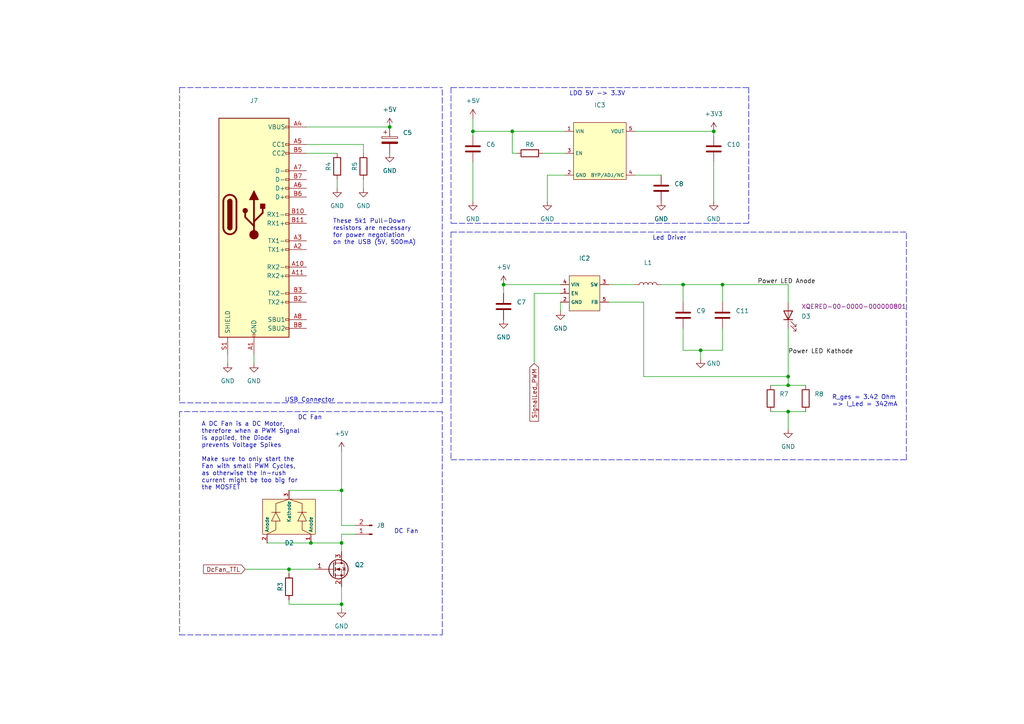
<source format=kicad_sch>
(kicad_sch (version 20211123) (generator eeschema)
  (paper "A4")
  (title_block (date "2022-04-26"))
  (lib_symbols
    (symbol "Connector:Conn_01x02_Male" (pin_names (offset 1.016) hide)
      (property "Reference" "J" (at 0 2.54 0))
      (property "Value" "Conn_01x02_Male" (at 0 -5.08 0))
      (symbol "Conn_01x02_Male_1_1"
        (polyline (pts (xy 1.27 -2.54) (xy 0.8636 -2.54)) (stroke (width 0.1524)))
        (polyline (pts (xy 1.27 0) (xy 0.8636 0)) (stroke (width 0.1524)))
        (rectangle (start 0.8636 -2.413) (end 0 -2.667) (stroke (width 0.1524)) (fill (type outline)))
        (rectangle (start 0.8636 0.127) (end 0 -0.127) (stroke (width 0.1524)) (fill (type outline)))
        (pin passive line (at 5.08 0 180) (length 3.81) (name "Pin_1") (number "1"))
        (pin passive line (at 5.08 -2.54 180) (length 3.81) (name "Pin_2") (number "2"))
      )
    )
    (symbol "Connector:USB_C_Receptacle" (pin_names (offset 1.016))
      (property "Reference" "J" (at -10.16 29.21 0))
      (property "Value" "USB_C_Receptacle" (at 10.16 29.21 0))
      (symbol "USB_C_Receptacle_0_0"
        (rectangle (start -0.254 -35.56) (end 0.254 -34.544))
        (rectangle (start 10.16 -32.766) (end 9.144 -33.274))
        (rectangle (start 10.16 -30.226) (end 9.144 -30.734))
        (rectangle (start 10.16 -25.146) (end 9.144 -25.654))
        (rectangle (start 10.16 -22.606) (end 9.144 -23.114))
        (rectangle (start 10.16 -17.526) (end 9.144 -18.034))
        (rectangle (start 10.16 -14.986) (end 9.144 -15.494))
        (rectangle (start 10.16 -9.906) (end 9.144 -10.414))
        (rectangle (start 10.16 -7.366) (end 9.144 -7.874))
        (rectangle (start 10.16 -2.286) (end 9.144 -2.794))
        (rectangle (start 10.16 0.254) (end 9.144 -0.254))
        (rectangle (start 10.16 5.334) (end 9.144 4.826))
        (rectangle (start 10.16 7.874) (end 9.144 7.366))
        (rectangle (start 10.16 10.414) (end 9.144 9.906))
        (rectangle (start 10.16 12.954) (end 9.144 12.446))
        (rectangle (start 10.16 18.034) (end 9.144 17.526))
        (rectangle (start 10.16 20.574) (end 9.144 20.066))
        (rectangle (start 10.16 25.654) (end 9.144 25.146))
      )
      (symbol "USB_C_Receptacle_0_1"
        (rectangle (start -10.16 27.94) (end 10.16 -35.56) (stroke (width 0.254)) (fill (type background)))
        (arc (start -8.89 -3.81) (mid -6.985 -5.715) (end -5.08 -3.81) (stroke (width 0.508)))
        (arc (start -7.62 -3.81) (mid -6.985 -4.445) (end -6.35 -3.81) (stroke (width 0.254)))
        (arc (start -7.62 -3.81) (mid -6.985 -4.445) (end -6.35 -3.81) (stroke (width 0.254)) (fill (type outline)))
        (rectangle (start -7.62 -3.81) (end -6.35 3.81) (stroke (width 0.254)) (fill (type outline)))
        (arc (start -6.35 3.81) (mid -6.985 4.445) (end -7.62 3.81) (stroke (width 0.254)))
        (arc (start -6.35 3.81) (mid -6.985 4.445) (end -7.62 3.81) (stroke (width 0.254)) (fill (type outline)))
        (arc (start -5.08 3.81) (mid -6.985 5.715) (end -8.89 3.81) (stroke (width 0.508)))
        (polyline (pts (xy -8.89 -3.81) (xy -8.89 3.81)) (stroke (width 0.508)))
        (polyline (pts (xy -5.08 3.81) (xy -5.08 -3.81)) (stroke (width 0.508)))
      )
      (symbol "USB_C_Receptacle_1_1"
        (circle (center -2.54 1.143) (radius 0.635) (stroke (width 0.254)) (fill (type outline)))
        (circle (center 0 -5.842) (radius 1.27) (fill (type outline)))
        (polyline (pts (xy 0 -5.842) (xy 0 4.318)) (stroke (width 0.508)))
        (polyline (pts (xy 0 -3.302) (xy -2.54 -0.762) (xy -2.54 0.508)) (stroke (width 0.508)))
        (polyline (pts (xy 0 -2.032) (xy 2.54 0.508) (xy 2.54 1.778)) (stroke (width 0.508)))
        (polyline (pts (xy -1.27 4.318) (xy 0 6.858) (xy 1.27 4.318) (xy -1.27 4.318)) (stroke (width 0.254)) (fill (type outline)))
        (rectangle (start 1.905 1.778) (end 3.175 3.048) (stroke (width 0.254)) (fill (type outline)))
        (pin passive line (at 0 -40.64 90) (length 5.08) (name "GND") (number "A1"))
        (pin bidirectional line (at 15.24 -15.24 180) (length 5.08) (name "RX2-") (number "A10"))
        (pin bidirectional line (at 15.24 -17.78 180) (length 5.08) (name "RX2+") (number "A11"))
        (pin passive line (at 0 -40.64 90) (length 5.08) hide (name "GND") (number "A12"))
        (pin bidirectional line (at 15.24 -10.16 180) (length 5.08) (name "TX1+") (number "A2"))
        (pin bidirectional line (at 15.24 -7.62 180) (length 5.08) (name "TX1-") (number "A3"))
        (pin passive line (at 15.24 25.4 180) (length 5.08) (name "VBUS") (number "A4"))
        (pin bidirectional line (at 15.24 20.32 180) (length 5.08) (name "CC1") (number "A5"))
        (pin bidirectional line (at 15.24 7.62 180) (length 5.08) (name "D+") (number "A6"))
        (pin bidirectional line (at 15.24 12.7 180) (length 5.08) (name "D-") (number "A7"))
        (pin bidirectional line (at 15.24 -30.48 180) (length 5.08) (name "SBU1") (number "A8"))
        (pin passive line (at 15.24 25.4 180) (length 5.08) hide (name "VBUS") (number "A9"))
        (pin passive line (at 0 -40.64 90) (length 5.08) hide (name "GND") (number "B1"))
        (pin bidirectional line (at 15.24 0 180) (length 5.08) (name "RX1-") (number "B10"))
        (pin bidirectional line (at 15.24 -2.54 180) (length 5.08) (name "RX1+") (number "B11"))
        (pin passive line (at 0 -40.64 90) (length 5.08) hide (name "GND") (number "B12"))
        (pin bidirectional line (at 15.24 -25.4 180) (length 5.08) (name "TX2+") (number "B2"))
        (pin bidirectional line (at 15.24 -22.86 180) (length 5.08) (name "TX2-") (number "B3"))
        (pin passive line (at 15.24 25.4 180) (length 5.08) hide (name "VBUS") (number "B4"))
        (pin bidirectional line (at 15.24 17.78 180) (length 5.08) (name "CC2") (number "B5"))
        (pin bidirectional line (at 15.24 5.08 180) (length 5.08) (name "D+") (number "B6"))
        (pin bidirectional line (at 15.24 10.16 180) (length 5.08) (name "D-") (number "B7"))
        (pin bidirectional line (at 15.24 -33.02 180) (length 5.08) (name "SBU2") (number "B8"))
        (pin passive line (at 15.24 25.4 180) (length 5.08) hide (name "VBUS") (number "B9"))
        (pin passive line (at -7.62 -40.64 90) (length 5.08) (name "SHIELD") (number "S1"))
      )
    )
    (symbol "Custom_Parts:DAN235FMT106"
      (property "Reference" "D2" (at -11.43 1.27 90))
      (property "Value" "DAN235FMT106" (at -24.13 -1.27 90))
      (symbol "DAN235FMT106_0_1"
        (rectangle (start -8.89 7.62) (end 1.27 -7.62) (fill (type background)))
        (polyline (pts (xy -2.54 -3.81) (xy -1.27 -3.81)))
        (polyline (pts (xy -2.54 -2.54) (xy -2.54 -5.08)))
        (polyline (pts (xy -2.54 3.81) (xy -1.27 3.81)))
        (polyline (pts (xy -2.54 5.08) (xy -2.54 2.54)))
        (polyline (pts (xy -8.89 6.35) (xy -7.62 3.81) (xy -5.08 3.81)))
        (polyline (pts (xy -5.08 -3.81) (xy -7.62 -3.81) (xy -8.89 -6.35)))
        (polyline (pts (xy -2.54 -3.81) (xy -5.08 -5.08) (xy -5.08 -2.54) (xy -2.54 -3.81)))
        (polyline (pts (xy -2.54 3.81) (xy -5.08 2.54) (xy -5.08 5.08) (xy -2.54 3.81)))
        (polyline (pts (xy -1.27 -3.81) (xy 0 -3.81) (xy 1.27 0) (xy 0 3.81) (xy -1.27 3.81)))
      )
      (symbol "DAN235FMT106_1_1"
        (pin input line (at -11.43 -6.35 0) (length 2.54) (name "Anode") (number "1"))
        (pin input line (at -11.43 6.35 0) (length 2.54) (name "Anode") (number "2"))
        (pin input line (at 3.81 0 180) (length 2.54) (name "Kathode") (number "3"))
      )
    )
    (symbol "Custom_Parts:LDK120M33R"
      (property "Reference" "IC?" (at 0 -11.43 0))
      (property "Value" "LDK120M33R" (at 1.27 10.16 0))
      (symbol "LDK120M33R_0_1"
        (rectangle (start -6.35 8.89) (end 8.89 -7.62) (fill (type background)))
      )
      (symbol "LDK120M33R_1_1"
        (pin input line (at -8.89 6.35 0) (length 2.54) (name "VIN") (number "1"))
        (pin input line (at -8.89 -6.35 0) (length 2.54) (name "GND") (number "2"))
        (pin input line (at -8.89 0 0) (length 2.54) (name "EN") (number "3"))
        (pin input line (at 11.43 -6.35 180) (length 2.54) (name "BYP/ADJ/NC") (number "4"))
        (pin input line (at 11.43 6.35 180) (length 2.54) (name "VOUT") (number "5"))
      )
    )
    (symbol "Custom_Parts:PAM2804"
      (property "Reference" "IC2" (at 1.905 13.97 0))
      (property "Value" "PAM2804" (at 1.905 11.43 0))
      (symbol "PAM2804_0_1"
        (rectangle (start -2.54 8.89) (end 6.35 -1.27) (fill (type background)))
      )
      (symbol "PAM2804_1_1"
        (pin bidirectional line (at -5.08 3.81 0) (length 2.54) (name "EN") (number "1"))
        (pin bidirectional line (at -5.08 1.27 0) (length 2.54) (name "GND") (number "2"))
        (pin bidirectional line (at 8.89 6.35 180) (length 2.54) (name "SW") (number "3"))
        (pin bidirectional line (at -5.08 6.35 0) (length 2.54) (name "VIN") (number "4"))
        (pin bidirectional line (at 8.89 1.27 180) (length 2.54) (name "FB") (number "5"))
      )
    )
    (symbol "Device:C" (pin_numbers hide) (pin_names (offset 0.254))
      (property "Reference" "C" (at 0.635 2.54 0))
      (property "Value" "C" (at 0.635 -2.54 0))
      (symbol "C_0_1"
        (polyline (pts (xy -2.032 -0.762) (xy 2.032 -0.762)) (stroke (width 0.508)))
        (polyline (pts (xy -2.032 0.762) (xy 2.032 0.762)) (stroke (width 0.508)))
      )
      (symbol "C_1_1"
        (pin passive line (at 0 3.81 270) (length 2.794) (name "~") (number "1"))
        (pin passive line (at 0 -3.81 90) (length 2.794) (name "~") (number "2"))
      )
    )
    (symbol "Device:C_Polarized" (pin_numbers hide) (pin_names (offset 0.254))
      (property "Reference" "C" (at 0.635 2.54 0))
      (property "Value" "C_Polarized" (at 0.635 -2.54 0))
      (symbol "C_Polarized_0_1"
        (rectangle (start -2.286 0.508) (end 2.286 1.016))
        (polyline (pts (xy -1.778 2.286) (xy -0.762 2.286)))
        (polyline (pts (xy -1.27 2.794) (xy -1.27 1.778)))
        (rectangle (start 2.286 -0.508) (end -2.286 -1.016) (fill (type outline)))
      )
      (symbol "C_Polarized_1_1"
        (pin passive line (at 0 3.81 270) (length 2.794) (name "~") (number "1"))
        (pin passive line (at 0 -3.81 90) (length 2.794) (name "~") (number "2"))
      )
    )
    (symbol "Device:L" (pin_numbers hide) (pin_names (offset 1.016) hide)
      (property "Reference" "L" (at -1.27 0 90))
      (property "Value" "L" (at 1.905 0 90))
      (symbol "L_0_1"
        (arc (start 0 -2.54) (mid 0.635 -1.905) (end 0 -1.27))
        (arc (start 0 -1.27) (mid 0.635 -0.635) (end 0 0))
        (arc (start 0 0) (mid 0.635 0.635) (end 0 1.27))
        (arc (start 0 1.27) (mid 0.635 1.905) (end 0 2.54))
      )
      (symbol "L_1_1"
        (pin passive line (at 0 3.81 270) (length 1.27) (name "1") (number "1"))
        (pin passive line (at 0 -3.81 90) (length 1.27) (name "2") (number "2"))
      )
    )
    (symbol "Device:LED" (pin_numbers hide) (pin_names (offset 1.016) hide)
      (property "Reference" "D" (at 0 2.54 0))
      (property "Value" "LED" (at 0 -2.54 0))
      (symbol "LED_0_1"
        (polyline (pts (xy -1.27 -1.27) (xy -1.27 1.27)) (stroke (width 0.254)))
        (polyline (pts (xy -1.27 0) (xy 1.27 0)))
        (polyline (pts (xy 1.27 -1.27) (xy 1.27 1.27) (xy -1.27 0) (xy 1.27 -1.27)) (stroke (width 0.254)))
        (polyline (pts (xy -3.048 -0.762) (xy -4.572 -2.286) (xy -3.81 -2.286) (xy -4.572 -2.286) (xy -4.572 -1.524)))
        (polyline (pts (xy -1.778 -0.762) (xy -3.302 -2.286) (xy -2.54 -2.286) (xy -3.302 -2.286) (xy -3.302 -1.524)))
      )
      (symbol "LED_1_1"
        (pin passive line (at -3.81 0 0) (length 2.54) (name "K") (number "1"))
        (pin passive line (at 3.81 0 180) (length 2.54) (name "A") (number "2"))
      )
    )
    (symbol "Device:Q_NMOS_GSD" (pin_names (offset 0) hide)
      (property "Reference" "Q" (at 5.08 1.27 0))
      (property "Value" "Q_NMOS_GSD" (at 5.08 -1.27 0))
      (symbol "Q_NMOS_GSD_0_1"
        (polyline (pts (xy 0.254 0) (xy -2.54 0)))
        (polyline (pts (xy 0.254 1.905) (xy 0.254 -1.905)) (stroke (width 0.254)))
        (polyline (pts (xy 0.762 -1.27) (xy 0.762 -2.286)) (stroke (width 0.254)))
        (polyline (pts (xy 0.762 0.508) (xy 0.762 -0.508)) (stroke (width 0.254)))
        (polyline (pts (xy 0.762 2.286) (xy 0.762 1.27)) (stroke (width 0.254)))
        (polyline (pts (xy 2.54 2.54) (xy 2.54 1.778)))
        (polyline (pts (xy 2.54 -2.54) (xy 2.54 0) (xy 0.762 0)))
        (polyline (pts (xy 0.762 -1.778) (xy 3.302 -1.778) (xy 3.302 1.778) (xy 0.762 1.778)))
        (polyline (pts (xy 1.016 0) (xy 2.032 0.381) (xy 2.032 -0.381) (xy 1.016 0)) (fill (type outline)))
        (polyline (pts (xy 2.794 0.508) (xy 2.921 0.381) (xy 3.683 0.381) (xy 3.81 0.254)))
        (polyline (pts (xy 3.302 0.381) (xy 2.921 -0.254) (xy 3.683 -0.254) (xy 3.302 0.381)))
        (circle (center 1.651 0) (radius 2.794) (stroke (width 0.254)))
        (circle (center 2.54 -1.778) (radius 0.254) (fill (type outline)))
        (circle (center 2.54 1.778) (radius 0.254) (fill (type outline)))
      )
      (symbol "Q_NMOS_GSD_1_1"
        (pin input line (at -5.08 0 0) (length 2.54) (name "G") (number "1"))
        (pin passive line (at 2.54 -5.08 90) (length 2.54) (name "S") (number "2"))
        (pin passive line (at 2.54 5.08 270) (length 2.54) (name "D") (number "3"))
      )
    )
    (symbol "Device:R" (pin_numbers hide) (pin_names (offset 0))
      (property "Reference" "R" (at 2.032 0 90))
      (property "Value" "R" (at 0 0 90))
      (symbol "R_0_1"
        (rectangle (start -1.016 -2.54) (end 1.016 2.54) (stroke (width 0.254)))
      )
      (symbol "R_1_1"
        (pin passive line (at 0 3.81 270) (length 1.27) (name "~") (number "1"))
        (pin passive line (at 0 -3.81 90) (length 1.27) (name "~") (number "2"))
      )
    )
    (symbol "power:+3V3" (power) (pin_names (offset 0))
      (property "Value" "+3V3" (at 0 3.556 0))
      (symbol "+3V3_0_1"
        (polyline (pts (xy -0.762 1.27) (xy 0 2.54)))
        (polyline (pts (xy 0 0) (xy 0 2.54)))
        (polyline (pts (xy 0 2.54) (xy 0.762 1.27)))
      )
      (symbol "+3V3_1_1"
        (pin power_in line (at 0 0 90) (length 0) hide (name "+3V3") (number "1"))
      )
    )
    (symbol "power:+5V" (power) (pin_names (offset 0))
      (property "Value" "+5V" (at 0 3.556 0))
      (symbol "+5V_0_1"
        (polyline (pts (xy -0.762 1.27) (xy 0 2.54)))
        (polyline (pts (xy 0 0) (xy 0 2.54)))
        (polyline (pts (xy 0 2.54) (xy 0.762 1.27)))
      )
      (symbol "+5V_1_1"
        (pin power_in line (at 0 0 90) (length 0) hide (name "+5V") (number "1"))
      )
    )
    (symbol "power:GND" (power) (pin_names (offset 0))
      (property "Value" "GND" (at 0 -3.81 0))
      (symbol "GND_0_1"
        (polyline (pts (xy 0 0) (xy 0 -1.27) (xy 1.27 -1.27) (xy 0 -2.54) (xy -1.27 -1.27) (xy 0 -1.27)))
      )
      (symbol "GND_1_1"
        (pin power_in line (at 0 0 270) (length 0) hide (name "GND") (number "1"))
      )
    )
  )
  (junction (at 209.55 82.55))
  (junction (at 207.01 38.1))
  (junction (at 228.6 119.38))
  (junction (at 90.17 157.48))
  (junction (at 113.03 36.83))
  (junction (at 203.2 101.6))
  (junction (at 198.12 82.55))
  (junction (at 146.05 82.55))
  (junction (at 99.06 157.48))
  (junction (at 99.06 142.24))
  (junction (at 228.6 111.76))
  (junction (at 137.16 38.1))
  (junction (at 99.06 175.26))
  (junction (at 228.6 109.22))
  (junction (at 83.82 165.1))
  (junction (at 148.59 38.1))
  (polyline (pts (xy 130.81 25.4) (xy 217.17 25.4)))
  (wire (pts (xy 207.01 39.37) (xy 207.01 38.1)))
  (wire (pts (xy 203.2 101.6) (xy 198.12 101.6)))
  (polyline (pts (xy 52.07 184.15) (xy 128.27 184.15)))
  (wire (pts (xy 209.55 101.6) (xy 203.2 101.6)))
  (wire (pts (xy 209.55 82.55) (xy 209.55 87.63)))
  (wire (pts (xy 83.82 173.99) (xy 83.82 175.26)))
  (wire (pts (xy 90.17 157.48) (xy 99.06 157.48)))
  (wire (pts (xy 137.16 34.29) (xy 137.16 38.1)))
  (polyline (pts (xy 128.27 116.84) (xy 128.27 25.4)))
  (wire (pts (xy 186.69 87.63) (xy 176.53 87.63)))
  (polyline (pts (xy 52.07 119.38) (xy 52.07 135.89)))
  (polyline (pts (xy 52.07 25.4) (xy 52.07 116.84)))
  (wire (pts (xy 148.59 38.1) (xy 148.59 44.45)))
  (polyline (pts (xy 130.81 133.35) (xy 262.89 133.35)))
  (wire (pts (xy 148.59 38.1) (xy 163.83 38.1)))
  (wire (pts (xy 162.56 85.09) (xy 154.94 85.09)))
  (polyline (pts (xy 52.07 25.4) (xy 128.27 25.4)))
  (wire (pts (xy 198.12 95.25) (xy 198.12 101.6)))
  (polyline (pts (xy 217.17 25.4) (xy 217.17 64.77)))
  (wire (pts (xy 223.52 119.38) (xy 228.6 119.38)))
  (polyline (pts (xy 130.81 67.31) (xy 262.89 67.31)))
  (wire (pts (xy 73.66 102.87) (xy 73.66 105.41)))
  (wire (pts (xy 105.41 41.91) (xy 105.41 44.45)))
  (wire (pts (xy 207.01 46.99) (xy 207.01 58.42)))
  (wire (pts (xy 228.6 119.38) (xy 228.6 124.46)))
  (wire (pts (xy 228.6 109.22) (xy 186.69 109.22)))
  (wire (pts (xy 137.16 39.37) (xy 137.16 38.1)))
  (polyline (pts (xy 52.07 116.84) (xy 128.27 116.84)))
  (wire (pts (xy 83.82 175.26) (xy 99.06 175.26)))
  (wire (pts (xy 137.16 46.99) (xy 137.16 58.42)))
  (polyline (pts (xy 130.81 25.4) (xy 130.81 64.77)))
  (wire (pts (xy 77.47 157.48) (xy 90.17 157.48)))
  (wire (pts (xy 66.04 102.87) (xy 66.04 105.41)))
  (wire (pts (xy 99.06 157.48) (xy 99.06 160.02)))
  (wire (pts (xy 228.6 87.63) (xy 228.6 82.55)))
  (wire (pts (xy 97.79 52.07) (xy 97.79 54.61)))
  (wire (pts (xy 102.87 154.94) (xy 99.06 154.94)))
  (wire (pts (xy 157.48 44.45) (xy 163.83 44.45)))
  (wire (pts (xy 154.94 85.09) (xy 154.94 105.41)))
  (wire (pts (xy 228.6 111.76) (xy 233.68 111.76)))
  (wire (pts (xy 99.06 154.94) (xy 99.06 157.48)))
  (wire (pts (xy 71.12 165.1) (xy 83.82 165.1)))
  (wire (pts (xy 203.2 101.6) (xy 203.2 104.14)))
  (wire (pts (xy 228.6 119.38) (xy 233.68 119.38)))
  (wire (pts (xy 83.82 166.37) (xy 83.82 165.1)))
  (wire (pts (xy 83.82 142.24) (xy 99.06 142.24)))
  (wire (pts (xy 228.6 82.55) (xy 209.55 82.55)))
  (wire (pts (xy 149.86 44.45) (xy 148.59 44.45)))
  (wire (pts (xy 176.53 82.55) (xy 184.15 82.55)))
  (wire (pts (xy 184.15 38.1) (xy 207.01 38.1)))
  (wire (pts (xy 162.56 87.63) (xy 162.56 90.17)))
  (wire (pts (xy 99.06 175.26) (xy 99.06 176.53)))
  (wire (pts (xy 137.16 38.1) (xy 148.59 38.1)))
  (wire (pts (xy 191.77 50.8) (xy 184.15 50.8)))
  (polyline (pts (xy 130.81 67.31) (xy 130.81 133.35)))
  (wire (pts (xy 209.55 95.25) (xy 209.55 101.6)))
  (wire (pts (xy 163.83 50.8) (xy 158.75 50.8)))
  (wire (pts (xy 88.9 41.91) (xy 105.41 41.91)))
  (wire (pts (xy 158.75 50.8) (xy 158.75 58.42)))
  (wire (pts (xy 83.82 165.1) (xy 91.44 165.1)))
  (wire (pts (xy 99.06 142.24) (xy 99.06 152.4)))
  (polyline (pts (xy 128.27 119.38) (xy 52.07 119.38)))
  (wire (pts (xy 105.41 52.07) (xy 105.41 54.61)))
  (wire (pts (xy 198.12 82.55) (xy 198.12 87.63)))
  (wire (pts (xy 146.05 82.55) (xy 162.56 82.55)))
  (wire (pts (xy 228.6 95.25) (xy 228.6 109.22)))
  (wire (pts (xy 198.12 82.55) (xy 209.55 82.55)))
  (wire (pts (xy 186.69 109.22) (xy 186.69 87.63)))
  (wire (pts (xy 99.06 130.81) (xy 99.06 142.24)))
  (polyline (pts (xy 217.17 64.77) (xy 130.81 64.77)))
  (wire (pts (xy 88.9 44.45) (xy 97.79 44.45)))
  (wire (pts (xy 223.52 111.76) (xy 228.6 111.76)))
  (polyline (pts (xy 52.07 135.89) (xy 52.07 184.15)))
  (wire (pts (xy 228.6 109.22) (xy 228.6 111.76)))
  (polyline (pts (xy 128.27 184.15) (xy 128.27 119.38)))
  (wire (pts (xy 146.05 85.09) (xy 146.05 82.55)))
  (wire (pts (xy 99.06 152.4) (xy 102.87 152.4)))
  (polyline (pts (xy 262.89 133.35) (xy 262.89 67.31)))
  (wire (pts (xy 99.06 170.18) (xy 99.06 175.26)))
  (wire (pts (xy 88.9 36.83) (xy 113.03 36.83)))
  (wire (pts (xy 191.77 82.55) (xy 198.12 82.55)))
  (text "Led Driver" (at 189.23 69.85 0) (effects (font (size 1.27 1.27)) (justify left bottom)))
  (text "These 5k1 Pull-Down \nresistors are necessary \nfor power negotiation \non the USB (5V, 500mA)" (at 96.52 71.12 0) (effects (font (size 1.27 1.27)) (justify left bottom)))
  (text "R_ges = 3.42 Ohm\n=> I_Led = 342mA" (at 241.3 118.11 0) (effects (font (size 1.27 1.27)) (justify left bottom)))
  (text "DC Fan" (at 86.36 121.92 0) (effects (font (size 1.27 1.27)) (justify left bottom)))
  (text "DC Fan" (at 114.3 154.94 0) (effects (font (size 1.27 1.27)) (justify left bottom)))
  (text "LDO 5V -> 3.3V" (at 165.1 27.94 0) (effects (font (size 1.27 1.27)) (justify left bottom)))
  (text "USB Connector" (at 82.55 116.84 0) (effects (font (size 1.27 1.27)) (justify left bottom)))
  (text "A DC Fan is a DC Motor, \ntherefore when a PWM Signal \nis applied, the Diode \nprevents Voltage Spikes\n\nMake sure to only start the\nFan with small PWM Cycles, \nas otherwise the In-rush \ncurrent might be too big for\nthe MOSFET\n" (at 58.42 142.24 0) (effects (font (size 1.27 1.27)) (justify left bottom)))
  (label "Power LED Kathode" (at 228.6 102.87 0))
  (label "Power LED Anode" (at 219.71 82.55 0))
  (global_label "DcFan_TTL" (shape input) (at 71.12 165.1 180) (property "Intersheet References" "${INTERSHEET_REFS}" (effects hide)))
  (global_label "SignalLed_PWM" (shape input) (at 154.94 105.41 270) (property "Intersheet References" "${INTERSHEET_REFS}" (effects hide)))
  (symbol (lib_id "Connector:USB_C_Receptacle") (at 73.66 62.23 0) (unit 1)
    (property "Reference" "J7" (at 73.66 29.21 0))
    (property "Datasheet" "https://pt.mouser.com/datasheet/2/206/JAEI_S_A0002811482_1-2550784.pdf" (effects hide))
    (property "Part ID" "DX07S024WJ3R400" (effects hide))
  )
  (symbol (lib_id "Device:L") (at 187.96 82.55 90) (unit 1)
    (property "Reference" "L1" (at 187.96 76.2 90))
    (property "Datasheet" "https://pt.mouser.com/datasheet/2/54/bourns_SRP2010DPA_datasheet-2933105.pdf" (effects hide))
    (property "Part ID" "SRP2010DPA-4R7M" (effects hide))
  )
  (symbol (lib_id "power:GND") (at 99.06 176.53 0) (unit 1)
    (property "Reference" "#PWR024" (effects hide))
    (property "Value" "GND" (at 99.06 181.61 0))
  )
  (symbol (lib_id "power:GND") (at 113.03 44.45 0) (unit 1)
    (property "Reference" "#PWR027" (effects hide))
    (property "Value" "GND" (at 113.03 49.53 0))
  )
  (symbol (lib_id "Device:Q_NMOS_GSD") (at 96.52 165.1 0) (unit 1)
    (property "Reference" "Q2" (at 102.87 163.8299 0) (effects (justify left)))
    (property "Datasheet" "https://www.diodes.com/assets/Datasheets/DMN2230UQ.pdf" (effects hide))
    (property "Part ID" " DMN2230UQ-7" (effects hide))
  )
  (symbol (lib_id "Connector:Conn_01x02_Male") (at 107.95 154.94 180) (unit 1)
    (property "Reference" "J8" (at 109.22 152.3999 0) (effects (justify right)))
  )
  (symbol (lib_id "Custom_Parts:PAM2804") (at 167.64 88.9 0) (unit 1)
    (property "Reference" "IC2" (at 169.545 74.93 0))
    (property "Datasheet" "https://www.diodes.com/assets/Datasheets/PAM2804.pdf" (effects hide))
    (property "Part ID" "PAM2804AAB010" (effects hide))
  )
  (symbol (lib_id "power:GND") (at 105.41 54.61 0) (unit 1)
    (property "Reference" "#PWR025" (effects hide))
    (property "Value" "GND" (at 105.41 59.69 0))
  )
  (symbol (lib_id "Custom_Parts:LDK120M33R") (at 172.72 44.45 0) (unit 1)
    (property "Reference" "IC3" (at 173.99 30.48 0))
    (property "Datasheet" "https://pt.mouser.com/datasheet/2/389/dm00070790-1797675.pdf" (effects hide))
    (property "Part ID" "LDK120M33R" (effects hide))
  )
  (symbol (lib_id "power:GND") (at 146.05 92.71 0) (unit 1)
    (property "Reference" "#PWR031" (effects hide))
    (property "Value" "GND" (at 146.05 97.79 0))
  )
  (symbol (lib_id "power:GND") (at 207.01 58.42 0) (unit 1)
    (property "Reference" "#PWR037" (effects hide))
    (property "Value" "GND" (at 207.01 63.5 0))
  )
  (symbol (lib_id "Device:R") (at 153.67 44.45 270) (unit 1)
    (property "Reference" "R6" (at 153.67 41.91 90))
    (property "Part ID" "CR0805-FX-5101ELF " (effects hide))
  )
  (symbol (lib_id "power:GND") (at 191.77 58.42 0) (unit 1)
    (property "Reference" "#PWR034" (effects hide))
    (property "Value" "GND" (at 191.77 63.5 0))
  )
  (symbol (lib_id "Device:C_Polarized") (at 113.03 40.64 0) (unit 1)
    (property "Reference" "C5" (at 116.84 38.4809 0) (effects (justify left)))
    (property "Datasheet" "https://pt.mouser.com/datasheet/2/445/875105144010-1726744.pdf" (effects hide))
    (property "Part ID" "875105144010" (effects hide))
  )
  (symbol (lib_id "Device:LED") (at 228.6 91.44 90) (unit 1)
    (property "Reference" "D3" (at 232.41 91.7574 90) (effects (justify right)))
    (property "Datasheet" "https://pt.mouser.com/datasheet/2/723/ds_XQE-2297939.pdf" (effects hide))
    (property "Part ID" "XQERED-00-0000-000000801" (at 247.65 88.9 90))
  )
  (symbol (lib_id "Device:R") (at 223.52 115.57 0) (unit 1)
    (property "Reference" "R7" (at 226.06 114.2999 0) (effects (justify left)))
    (property "Part ID" "RCS08056R80FKEA" (effects hide))
  )
  (symbol (lib_id "power:GND") (at 203.2 104.14 0) (unit 1)
    (property "Reference" "#PWR035" (effects hide))
    (property "Value" "GND" (at 207.01 105.41 0))
  )
  (symbol (lib_id "Device:C") (at 137.16 43.18 0) (unit 1)
    (property "Reference" "C6" (at 140.97 41.9099 0) (effects (justify left)))
    (property "Part ID" "08055C105K4T4A" (effects hide))
  )
  (symbol (lib_id "power:+5V") (at 146.05 82.55 0) (unit 1)
    (property "Reference" "#PWR030" (effects hide))
    (property "Value" "+5V" (at 146.05 77.47 0))
  )
  (symbol (lib_id "Device:R") (at 83.82 170.18 0) (unit 1)
    (property "Reference" "R3" (at 81.28 170.18 90))
    (property "Part ID" "CR0805-FX-5101ELF " (effects hide))
  )
  (symbol (lib_id "Device:C") (at 198.12 91.44 0) (unit 1)
    (property "Reference" "C9" (at 201.93 90.1699 0) (effects (justify left)))
    (property "Part ID" "0805YC106MAT2A" (effects hide))
  )
  (symbol (lib_id "power:GND") (at 137.16 58.42 0) (unit 1)
    (property "Reference" "#PWR029" (effects hide))
    (property "Value" "GND" (at 137.16 63.5 0))
  )
  (symbol (lib_id "power:GND") (at 66.04 105.41 0) (unit 1)
    (property "Reference" "#PWR020" (effects hide))
    (property "Value" "GND" (at 66.04 110.49 0))
  )
  (symbol (lib_id "Device:C") (at 207.01 43.18 0) (unit 1)
    (property "Reference" "C10" (at 210.82 41.9099 0) (effects (justify left)))
    (property "Part ID" "08055C105K4T4A" (effects hide))
  )
  (symbol (lib_id "Device:R") (at 233.68 115.57 0) (unit 1)
    (property "Reference" "R8" (at 236.22 114.2999 0) (effects (justify left)))
    (property "Part ID" "CR0805-F/-5R60ELF" (effects hide))
  )
  (symbol (lib_id "Device:R") (at 97.79 48.26 0) (unit 1)
    (property "Reference" "R4" (at 95.25 48.26 90))
    (property "Part ID" "CR0805-FX-5101ELF " (effects hide))
  )
  (symbol (lib_id "power:+3V3") (at 207.01 38.1 0) (unit 1)
    (property "Reference" "#PWR036" (effects hide))
    (property "Value" "+3V3" (at 207.01 33.02 0))
  )
  (symbol (lib_id "power:GND") (at 97.79 54.61 0) (unit 1)
    (property "Reference" "#PWR022" (effects hide))
    (property "Value" "GND" (at 97.79 59.69 0))
  )
  (symbol (lib_id "Custom_Parts:DAN235FMT106") (at 83.82 146.05 90) (unit 1)
    (property "Reference" "D2" (at 82.55 157.48 90) (effects (justify right)))
    (property "Datasheet" "https://fscdn.rohm.com/en/products/databook/datasheet/discrete/diode/band_switching/dan235fmt106-e.pdf" (effects hide))
    (property "Part ID" "DAN235FMT106" (effects hide))
  )
  (symbol (lib_id "Device:C") (at 146.05 88.9 0) (unit 1)
    (property "Reference" "C7" (at 149.86 87.6299 0) (effects (justify left)))
    (property "Part ID" "0805YC106MAT2A" (effects hide))
  )
  (symbol (lib_id "power:GND") (at 228.6 124.46 0) (unit 1)
    (property "Reference" "#PWR038" (effects hide))
    (property "Value" "GND" (at 228.6 129.54 0))
  )
  (symbol (lib_id "Device:R") (at 105.41 48.26 0) (unit 1)
    (property "Reference" "R5" (at 102.87 48.26 90))
    (property "Part ID" "CR0805-FX-5101ELF " (effects hide))
  )
  (symbol (lib_id "power:+5V") (at 99.06 130.81 0) (unit 1)
    (property "Reference" "#PWR023" (effects hide))
    (property "Value" "+5V" (at 99.06 125.73 0))
  )
  (symbol (lib_id "power:+5V") (at 137.16 34.29 0) (unit 1)
    (property "Reference" "#PWR028" (effects hide))
    (property "Value" "+5V" (at 137.16 29.21 0))
  )
  (symbol (lib_id "power:GND") (at 158.75 58.42 0) (unit 1)
    (property "Reference" "#PWR032" (effects hide))
    (property "Value" "GND" (at 158.75 63.5 0))
  )
  (symbol (lib_id "Device:C") (at 209.55 91.44 0) (unit 1)
    (property "Reference" "C11" (at 213.36 90.1699 0) (effects (justify left)))
    (property "Part ID" "08051C104KAT4A " (effects hide))
  )
  (symbol (lib_id "power:GND") (at 73.66 105.41 0) (unit 1)
    (property "Reference" "#PWR021" (effects hide))
    (property "Value" "GND" (at 73.66 110.49 0))
  )
  (symbol (lib_id "power:GND") (at 162.56 90.17 0) (unit 1)
    (property "Reference" "#PWR033" (effects hide))
    (property "Value" "GND" (at 162.56 95.25 0))
  )
  (symbol (lib_id "Device:C") (at 191.77 54.61 0) (unit 1)
    (property "Reference" "C8" (at 195.58 53.3399 0) (effects (justify left)))
    (property "Part ID" "08051C104KAT4A " (effects hide))
  )
  (symbol (lib_id "power:+5V") (at 113.03 36.83 0) (unit 1)
    (property "Reference" "#PWR026" (effects hide))
    (property "Value" "+5V" (at 113.03 31.75 0))
  )
)
</source>
